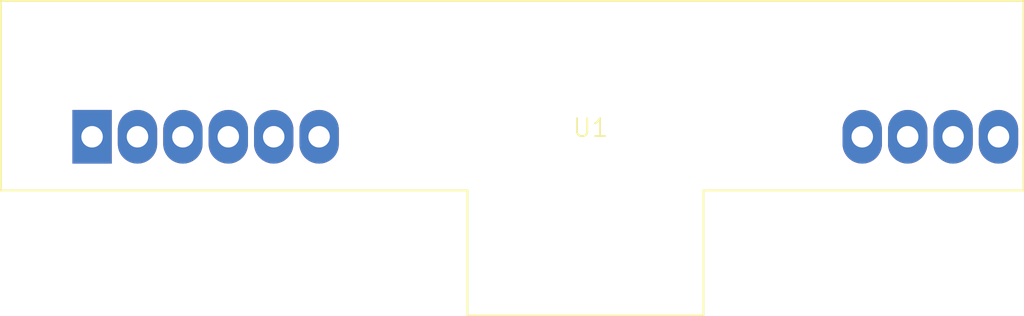
<source format=kicad_pcb>
(kicad_pcb (version 20241229) (generator "pcbnew") (generator_version "9.0")
  (layers (0 "F.Cu" signal) (2 "B.Cu" signal) (13 "F.Paste" user) (15 "B.Paste" user) (5 "F.SilkS" user "F.Silkscreen") (7 "B.SilkS" user "B.Silkscreen") (1 "F.Mask" user) (3 "B.Mask" user) (25 "Edge.Cuts" user))
  (net 0 "")
  (footprint "mpair:RT30P04A" (layer "F.Cu") (at 81.79 59.8)
    (property "Reference" "U1" (at 0 -0.5 0) (layer "F.SilkS") (effects (font (thickness 0.1))))
    (property "Value" "RT30P04A-12")
    (fp_line (start -32.99 -7.6) (end 24.21 -7.6) (stroke (width 0.1)) (layer "F.SilkS"))
    (fp_line (start -32.99 3) (end -32.99 -7.6) (stroke (width 0.1)) (layer "F.SilkS"))
    (fp_line (start -6.89 3) (end -32.99 3) (stroke (width 0.1)) (layer "F.SilkS"))
    (fp_line (start -6.89 10) (end -6.89 3) (stroke (width 0.1)) (layer "F.SilkS"))
    (fp_line (start -6.89 10) (end 6.31 10) (stroke (width 0.1)) (layer "F.SilkS"))
    (fp_line (start 6.31 3) (end 24.21 3) (stroke (width 0.1)) (layer "F.SilkS"))
    (fp_line (start 6.31 10) (end 6.31 3) (stroke (width 0.1)) (layer "F.SilkS"))
    (fp_line (start 24.21 -7.6) (end 24.21 3) (stroke (width 0.1)) (layer "F.SilkS"))
    (pad "1" thru_hole rect (at -27.89 0) (size 2.2 3) (drill 1.2) (layers "*.Cu" "*.Mask"))
    (pad "2" thru_hole oval (at -25.35 0) (size 2.2 3) (drill 1.2) (layers "*.Cu" "*.Mask"))
    (pad "3" thru_hole oval (at -22.81 0) (size 2.2 3) (drill 1.2) (layers "*.Cu" "*.Mask"))
    (pad "4" thru_hole oval (at -20.27 0) (size 2.2 3) (drill 1.2) (layers "*.Cu" "*.Mask"))
    (pad "5" thru_hole oval (at -17.73 0) (size 2.2 3) (drill 1.2) (layers "*.Cu" "*.Mask"))
    (pad "6" thru_hole oval (at -15.19 0) (size 2.2 3) (drill 1.2) (layers "*.Cu" "*.Mask"))
    (pad "7" thru_hole oval (at 15.19 0) (size 2.2 3) (drill 1.2) (layers "*.Cu" "*.Mask"))
    (pad "8" thru_hole oval (at 17.73 0) (size 2.2 3) (drill 1.2) (layers "*.Cu" "*.Mask"))
    (pad "9" thru_hole oval (at 20.27 0) (size 2.2 3) (drill 1.2) (layers "*.Cu" "*.Mask"))
    (pad "10" thru_hole oval (at 22.81 0) (size 2.2 3) (drill 1.2) (layers "*.Cu" "*.Mask"))
  )
)
</source>
